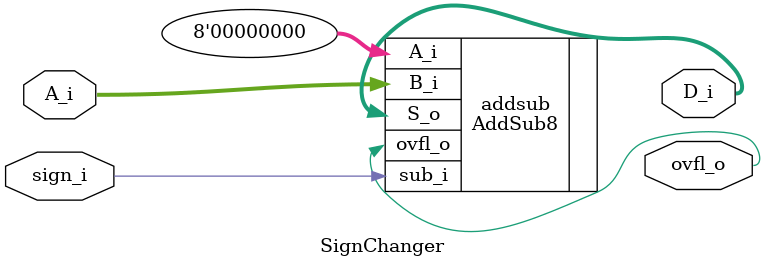
<source format=v>
`timescale 1ns / 1ps

module SignChanger(
    input [7:0] A_i,               // Input: 8-bit number, which we will either leave unchanged or invert (sw[7:0])
    input sign_i,                  // Input: "sign change" flag from btnU. 0 → keep A_i as is, 1 → output -A_i
    output [7:0] D_i,              // Output: result of the operation (either A_i or -A_i)
    output ovfl_o                  // Output: overflow flag, if the result does not fit into 8 bits
);

    AddSub8 addsub(
        .A_i(8'b0),                // Assign the value 0 to this signal (all 8 bits are zero)
        .B_i(A_i),                 // Connect our original number - this is sw[7:0]
        .sub_i(sign_i),            // Operation select signal: 0 → addition (0 + A_i), 1 → subtraction (0 - A_i) - driven by btnU
        .S_o(D_i),                 // Output of the sum/difference connected to D_i (our result)
        .ovfl_o(ovfl_o)            // Overflow signal from AddSub8 propagated to the module output
    );

endmodule
</source>
